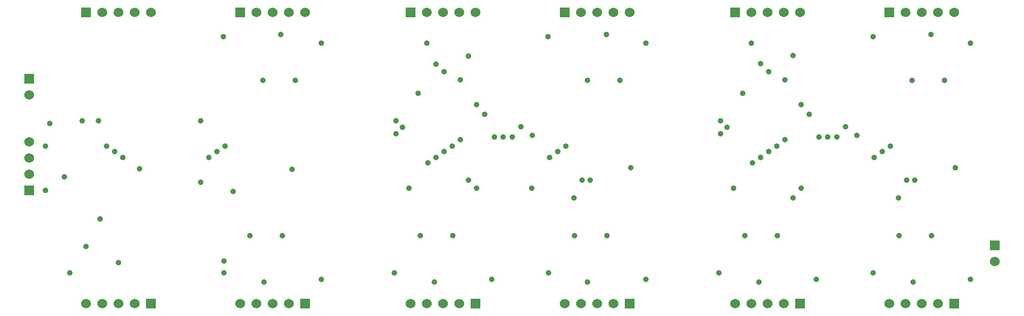
<source format=gbr>
G04 start of page 8 for group 14 layer_idx 7 *
G04 Title: (unknown), Intern *
G04 Creator: pcb-rnd 1.2.7 *
G04 CreationDate: 2018-01-15 01:16:43 UTC *
G04 For: newell *
G04 Format: Gerber/RS-274X *
G04 PCB-Dimensions: 625000 200000 *
G04 PCB-Coordinate-Origin: lower left *
%MOIN*%
%FSLAX25Y25*%
%LNGROUP14*%
%ADD53C,0.1181*%
%ADD52C,0.0280*%
%ADD51C,0.0200*%
%ADD50C,0.0360*%
%ADD49C,0.0600*%
%ADD48C,0.0001*%
G54D48*G36*
X382000Y13000D02*Y7000D01*
X388000D01*
Y13000D01*
X382000D01*
G37*
G54D49*X375000Y10000D03*
X365000D03*
X355000D03*
X345000D03*
G54D48*G36*
X287000Y13000D02*Y7000D01*
X293000D01*
Y13000D01*
X287000D01*
G37*
G54D49*X290000Y190000D03*
X280000Y10000D03*
Y190000D03*
X270000Y10000D03*
X260000D03*
X250000D03*
G54D48*G36*
X247000Y193000D02*Y187000D01*
X253000D01*
Y193000D01*
X247000D01*
G37*
G54D49*X260000Y190000D03*
X270000D03*
G54D48*G36*
X342000Y193000D02*Y187000D01*
X348000D01*
Y193000D01*
X342000D01*
G37*
G54D49*X355000Y190000D03*
X365000D03*
X375000D03*
X385000D03*
G54D48*G36*
X12000Y83000D02*Y77000D01*
X18000D01*
Y83000D01*
X12000D01*
G37*
G54D49*X15000Y90000D03*
Y100000D03*
Y110000D03*
G54D48*G36*
X12000Y152000D02*Y146000D01*
X18000D01*
Y152000D01*
X12000D01*
G37*
G54D49*X15000Y139000D03*
G54D48*G36*
X607000Y49000D02*Y43000D01*
X613000D01*
Y49000D01*
X607000D01*
G37*
G54D49*X610000Y36000D03*
G54D48*G36*
X487000Y13000D02*Y7000D01*
X493000D01*
Y13000D01*
X487000D01*
G37*
G54D49*X480000Y10000D03*
X470000D03*
X460000D03*
X450000D03*
G54D48*G36*
X582000Y13000D02*Y7000D01*
X588000D01*
Y13000D01*
X582000D01*
G37*
G54D49*X575000Y10000D03*
X565000D03*
X555000D03*
X545000D03*
G54D48*G36*
X142000Y193000D02*Y187000D01*
X148000D01*
Y193000D01*
X142000D01*
G37*
G54D49*X155000Y190000D03*
X165000D03*
X175000D03*
X185000D03*
G54D48*G36*
X47000Y193000D02*Y187000D01*
X53000D01*
Y193000D01*
X47000D01*
G37*
G54D49*X60000Y190000D03*
X70000D03*
X80000D03*
X90000D03*
G54D48*G36*
X447000Y193000D02*Y187000D01*
X453000D01*
Y193000D01*
X447000D01*
G37*
G54D49*X460000Y190000D03*
X470000D03*
X480000D03*
X490000D03*
G54D48*G36*
X182000Y13000D02*Y7000D01*
X188000D01*
Y13000D01*
X182000D01*
G37*
G54D49*X175000Y10000D03*
X165000D03*
X155000D03*
X145000D03*
G54D48*G36*
X87000Y13000D02*Y7000D01*
X93000D01*
Y13000D01*
X87000D01*
G37*
G54D49*X80000Y10000D03*
X70000D03*
X60000D03*
X50000D03*
G54D48*G36*
X542000Y193000D02*Y187000D01*
X548000D01*
Y193000D01*
X542000D01*
G37*
G54D49*X555000Y190000D03*
X565000D03*
X575000D03*
X585000D03*
G54D50*X525000Y114000D03*
X535500Y100500D03*
X540500Y104000D03*
X545500Y107500D03*
X595000Y171000D03*
X535000Y175000D03*
X570500Y176500D03*
X579000Y148000D03*
X559000D03*
X585500Y94000D03*
X551000Y52000D03*
X571000D03*
X555500Y86500D03*
X550500Y75500D03*
X560500Y86500D03*
X559500Y23500D03*
X595000Y25000D03*
X470500Y104000D03*
X465500Y100500D03*
X475500Y107500D03*
X490500Y133000D03*
X495500Y127000D03*
X480500Y111500D03*
X460500Y97000D03*
X454500Y140000D03*
X441000Y123000D03*
X445000Y119000D03*
X441000Y115000D03*
X470500Y153500D03*
X480500Y148500D03*
X485500Y163500D03*
X465500Y158500D03*
X460000Y171000D03*
X501500Y113000D03*
X507000D03*
X512500D03*
X518000Y119500D03*
X535000Y29000D03*
X500000Y25000D03*
X335000Y29000D03*
X359000Y23500D03*
X395000Y25000D03*
X456000Y52000D03*
X476000D03*
X464500Y23500D03*
X440000Y29000D03*
X449000Y81500D03*
X490500D03*
X485500Y75500D03*
X371000Y52000D03*
X351000D03*
X324500Y81500D03*
X385500Y94000D03*
X350500Y75500D03*
X360500Y86500D03*
X355500D03*
X70000Y35500D03*
X58500Y62500D03*
X50000Y45500D03*
X40000Y29000D03*
X240000D03*
X195000Y25000D03*
X159500Y23500D03*
X135000Y29000D03*
Y36500D03*
X256000Y52000D03*
X151000D03*
X171000D03*
X276000D03*
X264500Y23500D03*
X300000Y25000D03*
X334500Y175000D03*
X370500Y176500D03*
X395000Y171000D03*
X379000Y148000D03*
X359000D03*
X345500Y107500D03*
X335500Y100500D03*
X340500Y104000D03*
X325000Y114000D03*
X134500Y175000D03*
X195000Y171000D03*
X179000Y148000D03*
X159000D03*
X170000Y176500D03*
X135500Y107500D03*
X140500Y79500D03*
X125500Y100500D03*
X120500Y123000D03*
Y85000D03*
X130500Y104000D03*
X177000Y93000D03*
X62500Y107500D03*
X25000D03*
Y80000D03*
X36500Y88500D03*
X27500Y121500D03*
X72500Y100500D03*
X57500Y123000D03*
X83000Y93500D03*
X47500Y123000D03*
X67500Y104000D03*
X260000Y171000D03*
X254500Y140000D03*
X285500Y163000D03*
X265500Y158000D03*
X270500Y153500D03*
X280500Y148500D03*
X260500Y97000D03*
X241000Y123000D03*
X245000Y119000D03*
X241000Y115000D03*
X249000Y81500D03*
X265500Y100500D03*
X270500Y104000D03*
X275500Y107500D03*
X280500Y111500D03*
X290500Y81500D03*
X285500Y86500D03*
X301500Y113000D03*
X307000D03*
X312500D03*
X295500Y127000D03*
X290500Y133000D03*
X318000Y119500D03*
G54D51*G54D52*G54D53*G54D52*G54D53*G54D52*G54D53*G54D52*G54D53*G54D52*M02*

</source>
